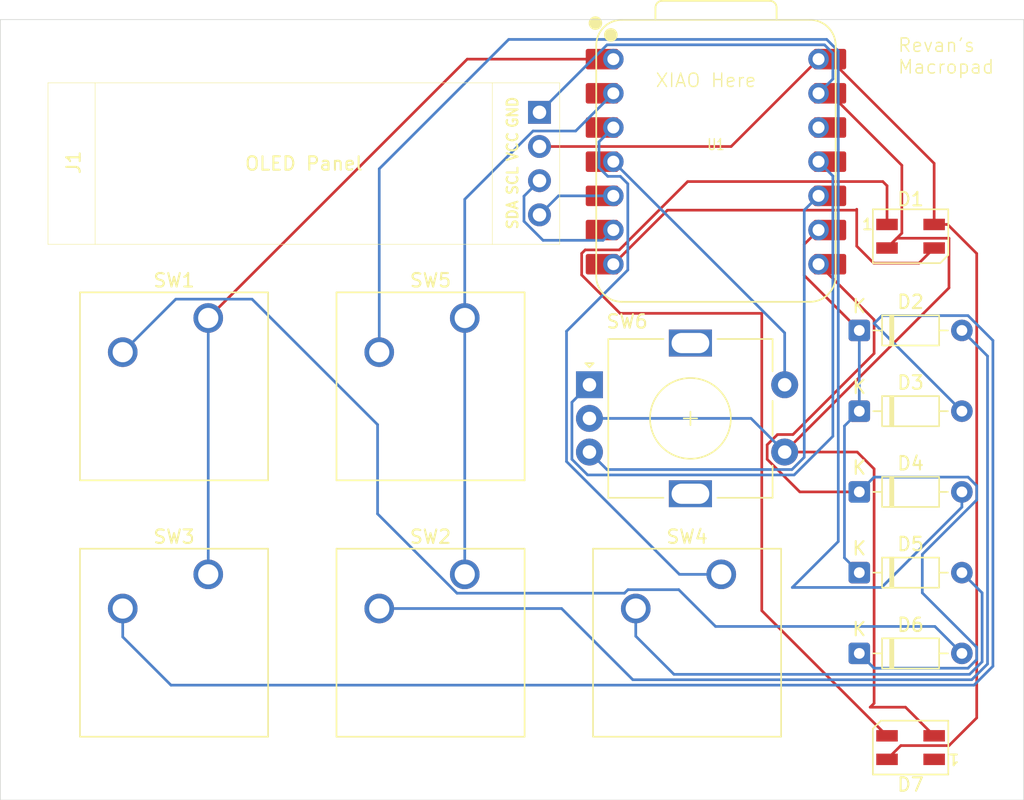
<source format=kicad_pcb>
(kicad_pcb (version 20241229) (generator "pcbnew") (generator_version "9.0")
  (layers (0 "F.Cu" signal) (2 "B.Cu" signal) (13 "F.Paste" user) (15 "B.Paste" user) (5 "F.SilkS" user "F.Silkscreen") (7 "B.SilkS" user "B.Silkscreen") (1 "F.Mask" user) (3 "B.Mask" user) (25 "Edge.Cuts" user))
  (net 0 "")
  (net 1 "VCC")
  (net 2 "GND")
  (net 3 "LED")
  (net 4 "Net-(D1-DOUT)")
  (net 5 "Net-(D2-A)")
  (net 6 "R1")
  (net 7 "Net-(D3-A)")
  (net 8 "Net-(D4-A)")
  (net 9 "ROW2")
  (net 10 "Net-(D5-A)")
  (net 11 "Net-(D6-A)")
  (net 13 "SDA")
  (net 14 "SCL")
  (net 15 "R_B")
  (net 16 "R_SW")
  (net 17 "R_A")
  (net 18 "C2")
  (net 19 "C1")
  (net 20 "C3")
  (footprint "Button_Switch_Keyboard:SW_Cherry_MX_1.00u_PCB" (layer "F.Cu") (at 116.84 121.12625)
    (property "Reference" "SW3" (at -2.54 -2.794 0) (layer "F.SilkS"))
    (property "Value" "SW_Push")
    (fp_line (start -9.525 -1.905) (end 4.445 -1.905) (stroke (width 0.12)) (layer "F.SilkS"))
    (fp_line (start -9.525 12.065) (end -9.525 -1.905) (stroke (width 0.12)) (layer "F.SilkS"))
    (fp_line (start 4.445 -1.905) (end 4.445 12.065) (stroke (width 0.12)) (layer "F.SilkS"))
    (fp_line (start 4.445 12.065) (end -9.525 12.065) (stroke (width 0.12)) (layer "F.SilkS"))
    (pad "" np_thru_hole circle (at -7.62 5.08) (size 1.7 1.7) (drill 1.7) (layers "*.Cu" "*.Mask"))
    (pad "" np_thru_hole circle (at -2.54 5.08) (size 4 4) (drill 4) (layers "*.Cu" "*.Mask"))
    (pad "" np_thru_hole circle (at 2.54 5.08) (size 1.7 1.7) (drill 1.7) (layers "*.Cu" "*.Mask"))
    (pad "1" thru_hole circle (at 0 0) (size 2.2 2.2) (drill 1.5) (layers "*.Cu" "*.Mask") (net 19 "C1"))
    (pad "2" thru_hole circle (at -6.35 2.54) (size 2.2 2.2) (drill 1.5) (layers "*.Cu" "*.Mask") (net 7 "Net-(D3-A)"))
  )
  (footprint "Diode_THT:D_DO-35_SOD27_P7.62mm_Horizontal" (layer "F.Cu") (at 165.19 103)
    (property "Reference" "D2" (at 3.81 -2.12 0) (layer "F.SilkS"))
    (property "Value" "D")
    (fp_line (start 1.04 0) (end 1.69 0) (stroke (width 0.12)) (layer "F.SilkS"))
    (fp_line (start 2.29 -1.12) (end 2.29 1.12) (stroke (width 0.12)) (layer "F.SilkS"))
    (fp_line (start 2.41 -1.12) (end 2.41 1.12) (stroke (width 0.12)) (layer "F.SilkS"))
    (fp_line (start 2.53 -1.12) (end 2.53 1.12) (stroke (width 0.12)) (layer "F.SilkS"))
    (fp_line (start 6.58 0) (end 5.93 0) (stroke (width 0.12)) (layer "F.SilkS"))
    (fp_rect (start 1.69 -1.12) (end 5.93 1.12) (stroke (width 0.12)) (fill no) (layer "F.SilkS"))
    (fp_text user "K" (at 0 -1.8 0) (layer "F.SilkS"))
    (pad "1" thru_hole roundrect (at 0 0) (size 1.6 1.6) (drill 0.8) (layers "*.Cu" "*.Mask") (roundrect_rratio 0.15625) (net 6 "R1"))
    (pad "2" thru_hole circle (at 7.62 0) (size 1.6 1.6) (drill 0.8) (layers "*.Cu" "*.Mask") (net 5 "Net-(D2-A)"))
  )
  (footprint "OLED Display:SSD1306-0.91-OLED-4pin-128x32" (layer "F.Cu") (at 104.94 84.6025)
    (property "Reference" "J1" (at 1.9 5.91 90) (layer "F.SilkS"))
    (property "Value" "OLED DISPLAY")
    (fp_line (start 0 0) (end 0 12) (stroke (width 0.04)) (layer "F.SilkS"))
    (fp_line (start 0 12) (end 38 12) (stroke (width 0.04)) (layer "F.SilkS"))
    (fp_line (start 3.5 0) (end 3.5 12) (stroke (width 0.04)) (layer "F.SilkS"))
    (fp_line (start 33 0) (end 33 12) (stroke (width 0.04)) (layer "F.SilkS"))
    (fp_line (start 38 0) (end 0 0) (stroke (width 0.04)) (layer "F.SilkS"))
    (fp_line (start 38 12) (end 38 0) (stroke (width 0.04)) (layer "F.SilkS"))
    (fp_text user "OLED Panel" (at 19 6 0) (layer "F.SilkS"))
    (fp_text user "SCL" (at 34.5 7.27 270) (layer "F.SilkS") (effects (font (size 0.8 0.75))))
    (fp_text user "GND" (at 34.5 2.19 270) (layer "F.SilkS") (effects (font (size 0.8 0.75))))
    (fp_text user "VCC" (at 34.5 4.73 270) (layer "F.SilkS") (effects (font (size 0.8 0.75))))
    (fp_text user "SDA" (at 34.5 9.81 270) (layer "F.SilkS") (effects (font (size 0.8 0.75))))
    (pad "1" thru_hole rect (at 36.5 2.19) (size 1.7 1.7) (drill 1) (layers "*.Cu" "*.Mask") (net 2 "GND"))
    (pad "2" thru_hole oval (at 36.5 4.73) (size 1.7 1.7) (drill 1) (layers "*.Cu" "*.Mask") (net 1 "VCC"))
    (pad "3" thru_hole oval (at 36.5 7.27) (size 1.7 1.7) (drill 1) (layers "*.Cu" "*.Mask") (net 14 "SCL"))
    (pad "4" thru_hole oval (at 36.5 9.81) (size 1.7 1.7) (drill 1) (layers "*.Cu" "*.Mask") (net 13 "SDA"))
  )
  (footprint "Button_Switch_Keyboard:SW_Cherry_MX_1.00u_PCB" (layer "F.Cu") (at 116.84 102.07625)
    (property "Reference" "SW1" (at -2.54 -2.794 0) (layer "F.SilkS"))
    (property "Value" "SW_Push")
    (fp_line (start -9.525 -1.905) (end 4.445 -1.905) (stroke (width 0.12)) (layer "F.SilkS"))
    (fp_line (start -9.525 12.065) (end -9.525 -1.905) (stroke (width 0.12)) (layer "F.SilkS"))
    (fp_line (start 4.445 -1.905) (end 4.445 12.065) (stroke (width 0.12)) (layer "F.SilkS"))
    (fp_line (start 4.445 12.065) (end -9.525 12.065) (stroke (width 0.12)) (layer "F.SilkS"))
    (pad "" np_thru_hole circle (at -7.62 5.08) (size 1.7 1.7) (drill 1.7) (layers "*.Cu" "*.Mask"))
    (pad "" np_thru_hole circle (at -2.54 5.08) (size 4 4) (drill 4) (layers "*.Cu" "*.Mask"))
    (pad "" np_thru_hole circle (at 2.54 5.08) (size 1.7 1.7) (drill 1.7) (layers "*.Cu" "*.Mask"))
    (pad "1" thru_hole circle (at 0 0) (size 2.2 2.2) (drill 1.5) (layers "*.Cu" "*.Mask") (net 19 "C1"))
    (pad "2" thru_hole circle (at -6.35 2.54) (size 2.2 2.2) (drill 1.5) (layers "*.Cu" "*.Mask") (net 11 "Net-(D6-A)"))
  )
  (footprint "LED_SMD:LED_SK6812MINI_PLCC4_3.5x3.5mm_P1.75mm" (layer "F.Cu") (at 169 96)
    (property "Reference" "D1" (at 0 -2.75 0) (layer "F.SilkS"))
    (property "Value" "SK6812MINI")
    (fp_line (start -2.8 -2) (end -2.8 2) (stroke (width 0.12)) (layer "F.SilkS"))
    (fp_line (start -2.8 -2) (end 2.8 -2) (stroke (width 0.12)) (layer "F.SilkS"))
    (fp_line (start -2.8 2) (end 2.2 2) (stroke (width 0.12)) (layer "F.SilkS"))
    (fp_line (start 2.8 1.4) (end 2.2 2) (stroke (width 0.12)) (layer "F.SilkS"))
    (fp_line (start 2.8 1.4) (end 2.8 -2) (stroke (width 0.12)) (layer "F.SilkS"))
    (fp_text user "1" (at -3.2 -0.875 0) (layer "F.SilkS") (effects (font (size 0.8 0.8))))
    (pad "1" smd rect (at -1.75 -0.875) (size 1.6 0.85) (layers "F.Cu" "F.Mask" "F.Paste") (net 4 "Net-(D1-DOUT)"))
    (pad "2" smd rect (at -1.75 0.875) (size 1.6 0.85) (layers "F.Cu" "F.Mask" "F.Paste") (net 2 "GND"))
    (pad "3" smd rect (at 1.75 0.875) (size 1.6 0.85) (layers "F.Cu" "F.Mask" "F.Paste") (net 3 "LED"))
    (pad "4" smd rect (at 1.75 -0.875) (size 1.6 0.85) (layers "F.Cu" "F.Mask" "F.Paste") (net 1 "VCC"))
  )
  (footprint "Diode_THT:D_DO-35_SOD27_P7.62mm_Horizontal" (layer "F.Cu") (at 165.19 127)
    (property "Reference" "D6" (at 3.81 -2.12 0) (layer "F.SilkS"))
    (property "Value" "D")
    (fp_line (start 1.04 0) (end 1.69 0) (stroke (width 0.12)) (layer "F.SilkS"))
    (fp_line (start 2.29 -1.12) (end 2.29 1.12) (stroke (width 0.12)) (layer "F.SilkS"))
    (fp_line (start 2.41 -1.12) (end 2.41 1.12) (stroke (width 0.12)) (layer "F.SilkS"))
    (fp_line (start 2.53 -1.12) (end 2.53 1.12) (stroke (width 0.12)) (layer "F.SilkS"))
    (fp_line (start 6.58 0) (end 5.93 0) (stroke (width 0.12)) (layer "F.SilkS"))
    (fp_rect (start 1.69 -1.12) (end 5.93 1.12) (stroke (width 0.12)) (fill no) (layer "F.SilkS"))
    (fp_text user "K" (at 0 -1.8 0) (layer "F.SilkS"))
    (pad "1" thru_hole roundrect (at 0 0) (size 1.6 1.6) (drill 0.8) (layers "*.Cu" "*.Mask") (roundrect_rratio 0.15625) (net 9 "ROW2"))
    (pad "2" thru_hole circle (at 7.62 0) (size 1.6 1.6) (drill 0.8) (layers "*.Cu" "*.Mask") (net 11 "Net-(D6-A)"))
  )
  (footprint "Button_Switch_Keyboard:SW_Cherry_MX_1.00u_PCB" (layer "F.Cu") (at 154.94 121.12625)
    (property "Reference" "SW4" (at -2.54 -2.794 0) (layer "F.SilkS"))
    (property "Value" "SW_Push")
    (fp_line (start -9.525 -1.905) (end 4.445 -1.905) (stroke (width 0.12)) (layer "F.SilkS"))
    (fp_line (start -9.525 12.065) (end -9.525 -1.905) (stroke (width 0.12)) (layer "F.SilkS"))
    (fp_line (start 4.445 -1.905) (end 4.445 12.065) (stroke (width 0.12)) (layer "F.SilkS"))
    (fp_line (start 4.445 12.065) (end -9.525 12.065) (stroke (width 0.12)) (layer "F.SilkS"))
    (pad "" np_thru_hole circle (at -7.62 5.08) (size 1.7 1.7) (drill 1.7) (layers "*.Cu" "*.Mask"))
    (pad "" np_thru_hole circle (at -2.54 5.08) (size 4 4) (drill 4) (layers "*.Cu" "*.Mask"))
    (pad "" np_thru_hole circle (at 2.54 5.08) (size 1.7 1.7) (drill 1.7) (layers "*.Cu" "*.Mask"))
    (pad "1" thru_hole circle (at 0 0) (size 2.2 2.2) (drill 1.5) (layers "*.Cu" "*.Mask") (net 20 "C3"))
    (pad "2" thru_hole circle (at -6.35 2.54) (size 2.2 2.2) (drill 1.5) (layers "*.Cu" "*.Mask") (net 10 "Net-(D5-A)"))
  )
  (footprint "LED_SMD:LED_SK6812MINI_PLCC4_3.5x3.5mm_P1.75mm" (layer "F.Cu") (at 169 134 180)
    (property "Reference" "D7" (at 0 -2.75 0) (layer "F.SilkS"))
    (property "Value" "SK6812MINI")
    (fp_line (start 2.8 1.4) (end 2.8 -2) (stroke (width 0.12)) (layer "F.SilkS"))
    (fp_line (start 2.8 1.4) (end 2.2 2) (stroke (width 0.12)) (layer "F.SilkS"))
    (fp_line (start -2.8 2) (end 2.2 2) (stroke (width 0.12)) (layer "F.SilkS"))
    (fp_line (start -2.8 -2) (end 2.8 -2) (stroke (width 0.12)) (layer "F.SilkS"))
    (fp_line (start -2.8 -2) (end -2.8 2) (stroke (width 0.12)) (layer "F.SilkS"))
    (fp_text user "1" (at -3.2 -0.875 180) (layer "F.SilkS") (effects (font (size 0.8 0.8))))
    (pad "1" smd rect (at -1.75 -0.875 180) (size 1.6 0.85) (layers "F.Cu" "F.Mask" "F.Paste"))
    (pad "2" smd rect (at -1.75 0.875 180) (size 1.6 0.85) (layers "F.Cu" "F.Mask" "F.Paste") (net 2 "GND"))
    (pad "3" smd rect (at 1.75 0.875 180) (size 1.6 0.85) (layers "F.Cu" "F.Mask" "F.Paste") (net 4 "Net-(D1-DOUT)"))
    (pad "4" smd rect (at 1.75 -0.875 180) (size 1.6 0.85) (layers "F.Cu" "F.Mask" "F.Paste") (net 1 "VCC"))
  )
  (footprint "Diode_THT:D_DO-35_SOD27_P7.62mm_Horizontal" (layer "F.Cu") (at 165.19 109)
    (property "Reference" "D3" (at 3.81 -2.12 0) (layer "F.SilkS"))
    (property "Value" "D")
    (fp_line (start 1.04 0) (end 1.69 0) (stroke (width 0.12)) (layer "F.SilkS"))
    (fp_line (start 2.29 -1.12) (end 2.29 1.12) (stroke (width 0.12)) (layer "F.SilkS"))
    (fp_line (start 2.41 -1.12) (end 2.41 1.12) (stroke (width 0.12)) (layer "F.SilkS"))
    (fp_line (start 2.53 -1.12) (end 2.53 1.12) (stroke (width 0.12)) (layer "F.SilkS"))
    (fp_line (start 6.58 0) (end 5.93 0) (stroke (width 0.12)) (layer "F.SilkS"))
    (fp_rect (start 1.69 -1.12) (end 5.93 1.12) (stroke (width 0.12)) (fill no) (layer "F.SilkS"))
    (fp_text user "K" (at 0 -1.8 0) (layer "F.SilkS"))
    (pad "1" thru_hole roundrect (at 0 0) (size 1.6 1.6) (drill 0.8) (layers "*.Cu" "*.Mask") (roundrect_rratio 0.15625) (net 6 "R1"))
    (pad "2" thru_hole circle (at 7.62 0) (size 1.6 1.6) (drill 0.8) (layers "*.Cu" "*.Mask") (net 7 "Net-(D3-A)"))
  )
  (footprint "Button_Switch_Keyboard:SW_Cherry_MX_1.00u_PCB" (layer "F.Cu") (at 135.89 121.12625)
    (property "Reference" "SW2" (at -2.54 -2.794 0) (layer "F.SilkS"))
    (property "Value" "SW_Push")
    (fp_line (start -9.525 -1.905) (end 4.445 -1.905) (stroke (width 0.12)) (layer "F.SilkS"))
    (fp_line (start -9.525 12.065) (end -9.525 -1.905) (stroke (width 0.12)) (layer "F.SilkS"))
    (fp_line (start 4.445 -1.905) (end 4.445 12.065) (stroke (width 0.12)) (layer "F.SilkS"))
    (fp_line (start 4.445 12.065) (end -9.525 12.065) (stroke (width 0.12)) (layer "F.SilkS"))
    (pad "" np_thru_hole circle (at -7.62 5.08) (size 1.7 1.7) (drill 1.7) (layers "*.Cu" "*.Mask"))
    (pad "" np_thru_hole circle (at -2.54 5.08) (size 4 4) (drill 4) (layers "*.Cu" "*.Mask"))
    (pad "" np_thru_hole circle (at 2.54 5.08) (size 1.7 1.7) (drill 1.7) (layers "*.Cu" "*.Mask"))
    (pad "1" thru_hole circle (at 0 0) (size 2.2 2.2) (drill 1.5) (layers "*.Cu" "*.Mask") (net 18 "C2"))
    (pad "2" thru_hole circle (at -6.35 2.54) (size 2.2 2.2) (drill 1.5) (layers "*.Cu" "*.Mask") (net 5 "Net-(D2-A)"))
  )
  (footprint "OPL:XIAO-RP2040-DIP" (layer "F.Cu") (at 154.545 90.46)
    (property "Reference" "U1" (at 0 -1.2685 0) (layer "F.SilkS") (effects (font (size 0.8 0.635) (thickness 0.1016))))
    (property "Value" "XIAO-RP2040-DIP")
    (fp_line (start -8.89 8.509) (end -8.89 -8.636) (stroke (width 0.127)) (layer "F.SilkS"))
    (fp_line (start -6.985 10.414) (end 6.985 10.414) (stroke (width 0.127)) (layer "F.SilkS"))
    (fp_line (start -4.495 -10.541) (end -4.491272 -11.451272) (stroke (width 0.127)) (layer "F.SilkS"))
    (fp_line (start -3.991272 -11.951) (end 4.004 -11.951) (stroke (width 0.127)) (layer "F.SilkS"))
    (fp_line (start 4.504 -11.451) (end 4.504 -10.541) (stroke (width 0.127)) (layer "F.SilkS"))
    (fp_line (start 6.985 -10.541) (end -6.985 -10.541) (stroke (width 0.1)) (layer "F.SilkS"))
    (fp_line (start 6.985 -10.541) (end -6.985 -10.541) (stroke (width 0.127)) (layer "F.SilkS"))
    (fp_line (start 8.89 8.509) (end 8.89 -8.636) (stroke (width 0.127)) (layer "F.SilkS"))
    (fp_arc (start -8.89 -8.636) (mid -8.332038 -9.983038) (end -6.985 -10.541) (stroke (width 0.127)) (layer "F.SilkS"))
    (fp_arc (start -6.985 10.414) (mid -8.332038 9.856038) (end -8.89 8.509) (stroke (width 0.127)) (layer "F.SilkS"))
    (fp_arc (start -4.491272 -11.451272) (mid -4.344728 -11.80464) (end -3.991272 -11.951) (stroke (width 0.127)) (layer "F.SilkS"))
    (fp_arc (start 4.004 -11.951) (mid 4.357553 -11.804553) (end 4.504 -11.451) (stroke (width 0.127)) (layer "F.SilkS"))
    (fp_arc (start 6.985 -10.541) (mid 8.332038 -9.983038) (end 8.89 -8.636) (stroke (width 0.127)) (layer "F.SilkS"))
    (fp_arc (start 8.89 8.509) (mid 8.332038 9.856038) (end 6.985 10.414) (stroke (width 0.127)) (layer "F.SilkS"))
    (fp_circle (center -8.95 -10.3) (end -8.95 -10.554) (stroke (width 0.5)) (fill yes) (layer "F.SilkS"))
    (fp_circle (center -7.807 -9.42) (end -7.807 -9.674) (stroke (width 0.5)) (fill yes) (layer "F.SilkS"))
    (pad "1" smd roundrect (at -8.455 -7.62 180) (size 2.432 1.524) (layers "F.Cu" "F.Mask") (roundrect_rratio 0.1) (net 19 "C1"))
    (pad "1" thru_hole circle (at -7.62 -7.62 180) (size 1.524 1.524) (drill 0.889) (layers "*.Cu" "*.Mask") (net 19 "C1"))
    (pad "2" smd roundrect (at -8.455 -5.08 180) (size 2.432 1.524) (layers "F.Cu" "F.Mask") (roundrect_rratio 0.1) (net 18 "C2"))
    (pad "2" thru_hole circle (at -7.62 -5.08 180) (size 1.524 1.524) (drill 0.889) (layers "*.Cu" "*.Mask") (net 18 "C2"))
    (pad "3" smd roundrect (at -8.455 -2.54 180) (size 2.432 1.524) (layers "F.Cu" "F.Mask") (roundrect_rratio 0.1) (net 20 "C3"))
    (pad "3" thru_hole circle (at -7.62 -2.54 180) (size 1.524 1.524) (drill 0.889) (layers "*.Cu" "*.Mask") (net 20 "C3"))
    (pad "4" smd roundrect (at -8.455 0 180) (size 2.432 1.524) (layers "F.Cu" "F.Mask") (roundrect_rratio 0.1) (net 16 "R_SW"))
    (pad "4" thru_hole circle (at -7.62 0 180) (size 1.524 1.524) (drill 0.889) (layers "*.Cu" "*.Mask") (net 16 "R_SW"))
    (pad "5" smd roundrect (at -8.455 2.54 180) (size 2.432 1.524) (layers "F.Cu" "F.Mask") (roundrect_rratio 0.1) (net 13 "SDA"))
    (pad "5" thru_hole circle (at -7.62 2.54 180) (size 1.524 1.524) (drill 0.889) (layers "*.Cu" "*.Mask") (net 13 "SDA"))
    (pad "6" smd roundrect (at -8.455 5.08 180) (size 2.432 1.524) (layers "F.Cu" "F.Mask") (roundrect_rratio 0.1) (net 14 "SCL"))
    (pad "6" thru_hole circle (at -7.62 5.08 180) (size 1.524 1.524) (drill 0.889) (layers "*.Cu" "*.Mask") (net 14 "SCL"))
    (pad "7" smd roundrect (at -8.455 7.62 180) (size 2.432 1.524) (layers "F.Cu" "F.Mask") (roundrect_rratio 0.1) (net 3 "LED"))
    (pad "7" thru_hole circle (at -7.62 7.62 180) (size 1.524 1.524) (drill 0.889) (layers "*.Cu" "*.Mask") (net 3 "LED"))
    (pad "8" thru_hole circle (at 7.62 7.62) (size 1.524 1.524) (drill 0.889) (layers "*.Cu" "*.Mask") (net 9 "ROW2"))
    (pad "8" smd roundrect (at 8.455 7.62) (size 2.432 1.524) (layers "F.Cu" "F.Mask") (roundrect_rratio 0.1) (net 9 "ROW2"))
    (pad "9" thru_hole circle (at 7.62 5.08) (size 1.524 1.524) (drill 0.889) (layers "*.Cu" "*.Mask") (net 6 "R1"))
    (pad "9" smd roundrect (at 8.455 5.08) (size 2.432 1.524) (layers "F.Cu" "F.Mask") (roundrect_rratio 0.1) (net 6 "R1"))
    (pad "10" thru_hole circle (at 7.62 2.54) (size 1.524 1.524) (drill 0.889) (layers "*.Cu" "*.Mask") (net 15 "R_B"))
    (pad "10" smd roundrect (at 8.455 2.54) (size 2.432 1.524) (layers "F.Cu" "F.Mask") (roundrect_rratio 0.1) (net 15 "R_B"))
    (pad "11" thru_hole circle (at 7.62 0) (size 1.524 1.524) (drill 0.889) (layers "*.Cu" "*.Mask") (net 17 "R_A"))
    (pad "11" smd roundrect (at 8.455 0) (size 2.432 1.524) (layers "F.Cu" "F.Mask") (roundrect_rratio 0.1) (net 17 "R_A"))
    (pad "12" thru_hole circle (at 7.62 -2.54) (size 1.524 1.524) (drill 0.889) (layers "*.Cu" "*.Mask"))
    (pad "12" smd roundrect (at 8.455 -2.54) (size 2.432 1.524) (layers "F.Cu" "F.Mask") (roundrect_rratio 0.1))
    (pad "13" thru_hole circle (at 7.62 -5.08) (size 1.524 1.524) (drill 0.889) (layers "*.Cu" "*.Mask") (net 2 "GND"))
    (pad "13" smd roundrect (at 8.455 -5.08) (size 2.432 1.524) (layers "F.Cu" "F.Mask") (roundrect_rratio 0.1) (net 2 "GND"))
    (pad "14" thru_hole circle (at 7.62 -7.62) (size 1.524 1.524) (drill 0.889) (layers "*.Cu" "*.Mask") (net 1 "VCC"))
    (pad "14" smd roundrect (at 8.455 -7.62) (size 2.432 1.524) (layers "F.Cu" "F.Mask") (roundrect_rratio 0.1) (net 1 "VCC"))
  )
  (footprint "Diode_THT:D_DO-35_SOD27_P7.62mm_Horizontal" (layer "F.Cu") (at 165.19 121)
    (property "Reference" "D5" (at 3.81 -2.12 0) (layer "F.SilkS"))
    (property "Value" "D")
    (fp_line (start 1.04 0) (end 1.69 0) (stroke (width 0.12)) (layer "F.SilkS"))
    (fp_line (start 2.29 -1.12) (end 2.29 1.12) (stroke (width 0.12)) (layer "F.SilkS"))
    (fp_line (start 2.41 -1.12) (end 2.41 1.12) (stroke (width 0.12)) (layer "F.SilkS"))
    (fp_line (start 2.53 -1.12) (end 2.53 1.12) (stroke (width 0.12)) (layer "F.SilkS"))
    (fp_line (start 6.58 0) (end 5.93 0) (stroke (width 0.12)) (layer "F.SilkS"))
    (fp_rect (start 1.69 -1.12) (end 5.93 1.12) (stroke (width 0.12)) (fill no) (layer "F.SilkS"))
    (fp_text user "K" (at 0 -1.8 0) (layer "F.SilkS"))
    (pad "1" thru_hole roundrect (at 0 0) (size 1.6 1.6) (drill 0.8) (layers "*.Cu" "*.Mask") (roundrect_rratio 0.15625) (net 6 "R1"))
    (pad "2" thru_hole circle (at 7.62 0) (size 1.6 1.6) (drill 0.8) (layers "*.Cu" "*.Mask") (net 10 "Net-(D5-A)"))
  )
  (footprint "Rotary:RotaryEncoder_Alps_EC11E-Switch_Vertical_H20mm" (layer "F.Cu") (at 145.15 107.0375)
    (property "Reference" "SW6" (at 2.8 -4.7 0) (layer "F.SilkS"))
    (property "Value" "RotaryEncoder_Switch")
    (fp_line (start -0.3 -1.6) (end 0.3 -1.6) (stroke (width 0.12)) (layer "F.SilkS"))
    (fp_line (start 0 -1.3) (end -0.3 -1.6) (stroke (width 0.12)) (layer "F.SilkS"))
    (fp_line (start 0.3 -1.6) (end 0 -1.3) (stroke (width 0.12)) (layer "F.SilkS"))
    (fp_line (start 1.4 -3.4) (end 1.4 8.4) (stroke (width 0.12)) (layer "F.SilkS"))
    (fp_line (start 5.5 -3.4) (end 1.4 -3.4) (stroke (width 0.12)) (layer "F.SilkS"))
    (fp_line (start 5.5 8.4) (end 1.4 8.4) (stroke (width 0.12)) (layer "F.SilkS"))
    (fp_line (start 7 2.5) (end 8 2.5) (stroke (width 0.12)) (layer "F.SilkS"))
    (fp_line (start 7.5 2) (end 7.5 3) (stroke (width 0.12)) (layer "F.SilkS"))
    (fp_line (start 9.5 -3.4) (end 13.6 -3.4) (stroke (width 0.12)) (layer "F.SilkS"))
    (fp_line (start 13.6 -3.4) (end 13.6 -1) (stroke (width 0.12)) (layer "F.SilkS"))
    (fp_line (start 13.6 1.2) (end 13.6 3.8) (stroke (width 0.12)) (layer "F.SilkS"))
    (fp_line (start 13.6 6) (end 13.6 8.4) (stroke (width 0.12)) (layer "F.SilkS"))
    (fp_line (start 13.6 8.4) (end 9.5 8.4) (stroke (width 0.12)) (layer "F.SilkS"))
    (fp_circle (center 7.5 2.5) (end 10.5 2.5) (stroke (width 0.12)) (fill no) (layer "F.SilkS"))
    (pad "A" thru_hole rect (at 0 0) (size 2 2) (drill 1) (layers "*.Cu" "*.Mask") (net 17 "R_A"))
    (pad "B" thru_hole circle (at 0 5) (size 2 2) (drill 1) (layers "*.Cu" "*.Mask") (net 15 "R_B"))
    (pad "C" thru_hole circle (at 0 2.5) (size 2 2) (drill 1) (layers "*.Cu" "*.Mask") (net 2 "GND"))
    (pad "MP" thru_hole rect (at 7.5 -3.1) (size 3.2 2) (drill oval 2.8 1.5) (layers "*.Cu" "*.Mask"))
    (pad "MP" thru_hole rect (at 7.5 8.1) (size 3.2 2) (drill oval 2.8 1.5) (layers "*.Cu" "*.Mask"))
    (pad "S1" thru_hole circle (at 14.5 5) (size 2 2) (drill 1) (layers "*.Cu" "*.Mask") (net 2 "GND"))
    (pad "S2" thru_hole circle (at 14.5 0) (size 2 2) (drill 1) (layers "*.Cu" "*.Mask") (net 16 "R_SW"))
  )
  (footprint "Button_Switch_Keyboard:SW_Cherry_MX_1.00u_PCB" (layer "F.Cu") (at 135.89 102.07625)
    (property "Reference" "SW5" (at -2.54 -2.794 0) (layer "F.SilkS"))
    (property "Value" "SW_Push")
    (fp_line (start -9.525 -1.905) (end 4.445 -1.905) (stroke (width 0.12)) (layer "F.SilkS"))
    (fp_line (start -9.525 12.065) (end -9.525 -1.905) (stroke (width 0.12)) (layer "F.SilkS"))
    (fp_line (start 4.445 -1.905) (end 4.445 12.065) (stroke (width 0.12)) (layer "F.SilkS"))
    (fp_line (start 4.445 12.065) (end -9.525 12.065) (stroke (width 0.12)) (layer "F.SilkS"))
    (pad "" np_thru_hole circle (at -7.62 5.08) (size 1.7 1.7) (drill 1.7) (layers "*.Cu" "*.Mask"))
    (pad "" np_thru_hole circle (at -2.54 5.08) (size 4 4) (drill 4) (layers "*.Cu" "*.Mask"))
    (pad "" np_thru_hole circle (at 2.54 5.08) (size 1.7 1.7) (drill 1.7) (layers "*.Cu" "*.Mask"))
    (pad "1" thru_hole circle (at 0 0) (size 2.2 2.2) (drill 1.5) (layers "*.Cu" "*.Mask") (net 18 "C2"))
    (pad "2" thru_hole circle (at -6.35 2.54) (size 2.2 2.2) (drill 1.5) (layers "*.Cu" "*.Mask") (net 8 "Net-(D4-A)"))
  )
  (footprint "Diode_THT:D_DO-35_SOD27_P7.62mm_Horizontal" (layer "F.Cu") (at 165.19 115)
    (property "Reference" "D4" (at 3.81 -2.12 0) (layer "F.SilkS"))
    (property "Value" "D")
    (fp_line (start 1.04 0) (end 1.69 0) (stroke (width 0.12)) (layer "F.SilkS"))
    (fp_line (start 2.29 -1.12) (end 2.29 1.12) (stroke (width 0.12)) (layer "F.SilkS"))
    (fp_line (start 2.41 -1.12) (end 2.41 1.12) (stroke (width 0.12)) (layer "F.SilkS"))
    (fp_line (start 2.53 -1.12) (end 2.53 1.12) (stroke (width 0.12)) (layer "F.SilkS"))
    (fp_line (start 6.58 0) (end 5.93 0) (stroke (width 0.12)) (layer "F.SilkS"))
    (fp_rect (start 1.69 -1.12) (end 5.93 1.12) (stroke (width 0.12)) (fill no) (layer "F.SilkS"))
    (fp_text user "K" (at 0 -1.8 0) (layer "F.SilkS"))
    (pad "1" thru_hole roundrect (at 0 0) (size 1.6 1.6) (drill 0.8) (layers "*.Cu" "*.Mask") (roundrect_rratio 0.15625) (net 9 "ROW2"))
    (pad "2" thru_hole circle (at 7.62 0) (size 1.6 1.6) (drill 0.8) (layers "*.Cu" "*.Mask") (net 8 "Net-(D4-A)"))
  )
  (gr_rect (start 101.4 79.9) (end 177.4 137.9) (stroke (width 0.05)) (fill no) (layer "Edge.Cuts"))
  (gr_text "Revan's\nMacropad" (at 168 84 0) (layer "F.SilkS") (effects (font (size 1 1) (thickness 0.1)) (justify left bottom)))
  (gr_text "XIAO Here" (at 150 85 0) (layer "F.SilkS") (effects (font (size 1 1) (thickness 0.1)) (justify left bottom)))
  (segment (start 171.75 95.125) (end 170.75 95.125) (width 0.2) (layer "F.Cu") (net 1))
  (segment (start 173.911 131.791) (end 173.911 97.286) (width 0.2) (layer "F.Cu") (net 1))
  (segment (start 170.75 90.59) (end 163 82.84) (width 0.2) (layer "F.Cu") (net 1))
  (segment (start 171.851 133.851) (end 173.911 131.791) (width 0.2) (layer "F.Cu") (net 1))
  (segment (start 167.25 134.875) (end 168.274 133.851) (width 0.2) (layer "F.Cu") (net 1))
  (segment (start 163 82.84) (end 162.165 82.84) (width 0.2) (layer "F.Cu") (net 1))
  (segment (start 162.165 82.84) (end 155.6725 89.3325) (width 0.2) (layer "F.Cu") (net 1))
  (segment (start 173.911 97.286) (end 171.75 95.125) (width 0.2) (layer "F.Cu") (net 1))
  (segment (start 170.75 95.125) (end 170.75 90.59) (width 0.2) (layer "F.Cu") (net 1))
  (segment (start 155.6725 89.3325) (end 141.44 89.3325) (width 0.2) (layer "F.Cu") (net 1))
  (segment (start 168.274 133.851) (end 171.851 133.851) (width 0.2) (layer "F.Cu") (net 1))
  (segment (start 165.0375 112.0375) (end 166.291 113.291) (width 0.2) (layer "F.Cu") (net 2))
  (segment (start 163.24263 85.38) (end 162.165 85.38) (width 0.2) (layer "F.Cu") (net 2))
  (segment (start 171.851 96.149) (end 171.851 99.8365) (width 0.2) (layer "F.Cu") (net 2))
  (segment (start 159.65 112.0375) (end 165.0375 112.0375) (width 0.2) (layer "F.Cu") (net 2))
  (segment (start 166 131) (end 168.625 131) (width 0.2) (layer "F.Cu") (net 2))
  (segment (start 168.351 90.731) (end 168.351 95.774) (width 0.2) (layer "F.Cu") (net 2))
  (segment (start 167.976 96.149) (end 171.851 96.149) (width 0.2) (layer "F.Cu") (net 2))
  (segment (start 163 85.38) (end 168.351 90.731) (width 0.2) (layer "F.Cu") (net 2))
  (segment (start 168.351 95.774) (end 167.25 96.875) (width 0.2) (layer "F.Cu") (net 2))
  (segment (start 168.625 131) (end 170.75 133.125) (width 0.2) (layer "F.Cu") (net 2))
  (segment (start 166.291 113.291) (end 166.291 130.709) (width 0.2) (layer "F.Cu") (net 2))
  (segment (start 167.25 96.875) (end 167.976 96.149) (width 0.2) (layer "F.Cu") (net 2))
  (segment (start 171.851 99.8365) (end 159.65 112.0375) (width 0.2) (layer "F.Cu") (net 2))
  (segment (start 166.291 130.709) (end 166 131) (width 0.2) (layer "F.Cu") (net 2))
  (segment (start 162.60531 81.777) (end 163.228 82.39969) (width 0.2) (layer "B.Cu") (net 2))
  (segment (start 159.65 112.0375) (end 157.15 109.5375) (width 0.2) (layer "B.Cu") (net 2))
  (segment (start 146.4555 81.777) (end 162.60531 81.777) (width 0.2) (layer "B.Cu") (net 2))
  (segment (start 141.44 86.7925) (end 146.4555 81.777) (width 0.2) (layer "B.Cu") (net 2))
  (segment (start 163.228 84.317) (end 162.165 85.38) (width 0.2) (layer "B.Cu") (net 2))
  (segment (start 163.228 82.39969) (end 163.228 84.317) (width 0.2) (layer "B.Cu") (net 2))
  (segment (start 157.15 109.5375) (end 145.15 109.5375) (width 0.2) (layer "B.Cu") (net 2))
  (segment (start 150.942 94.063) (end 146.925 98.08) (width 0.2) (layer "F.Cu") (net 3))
  (segment (start 164.937 94.063) (end 150.942 94.063) (width 0.2) (layer "F.Cu") (net 3))
  (segment (start 165 96.736) (end 165 94) (width 0.2) (layer "F.Cu") (net 3))
  (segment (start 166.264 98) (end 165 96.736) (width 0.2) (layer "F.Cu") (net 3))
  (segment (start 165 94) (end 164.937 94.063) (width 0.2) (layer "F.Cu") (net 3))
  (segment (start 169.625 98) (end 166.264 98) (width 0.2) (layer "F.Cu") (net 3))
  (segment (start 170.75 96.875) (end 169.625 98) (width 0.2) (layer "F.Cu") (net 3))
  (segment (start 144.573 97.278374) (end 144.834374 97.017) (width 0.2) (layer "F.Cu") (net 4))
  (segment (start 152.44531 91.937) (end 166.937 91.937) (width 0.2) (layer "F.Cu") (net 4))
  (segment (start 144.573 98.881626) (end 144.573 97.278374) (width 0.2) (layer "F.Cu") (net 4))
  (segment (start 147.36531 97.017) (end 152.44531 91.937) (width 0.2) (layer "F.Cu") (net 4))
  (segment (start 157.948 123.823) (end 157.948 101.7299) (width 0.2) (layer "F.Cu") (net 4))
  (segment (start 167.25 133.125) (end 157.948 123.823) (width 0.2) (layer "F.Cu") (net 4))
  (segment (start 167.25 92.25) (end 167.25 95.125) (width 0.2) (layer "F.Cu") (net 4))
  (segment (start 166.937 91.937) (end 167.25 92.25) (width 0.2) (layer "F.Cu") (net 4))
  (segment (start 144.834374 97.017) (end 147.36531 97.017) (width 0.2) (layer "F.Cu") (net 4))
  (segment (start 157.948 101.7299) (end 147.421274 101.7299) (width 0.2) (layer "F.Cu") (net 4))
  (segment (start 147.421274 101.7299) (end 144.573 98.881626) (width 0.2) (layer "F.Cu") (net 4))
  (segment (start 174.713 127.78825) (end 174.713 104.903) (width 0.2) (layer "B.Cu") (net 5))
  (segment (start 143.08153 123.66625) (end 148.37353 128.95825) (width 0.2) (layer "B.Cu") (net 5))
  (segment (start 129.54 123.66625) (end 143.08153 123.66625) (width 0.2) (layer "B.Cu") (net 5))
  (segment (start 148.37353 128.95825) (end 173.543 128.95825) (width 0.2) (layer "B.Cu") (net 5))
  (segment (start 173.543 128.95825) (end 174.713 127.78825) (width 0.2) (layer "B.Cu") (net 5))
  (segment (start 174.713 104.903) (end 172.81 103) (width 0.2) (layer "B.Cu") (net 5))
  (segment (start 161.102 96.603) (end 162.165 95.54) (width 0.2) (layer "F.Cu") (net 6))
  (segment (start 162.165 95.54) (end 163 95.54) (width 0.2) (layer "F.Cu") (net 6))
  (segment (start 161.102 98.912) (end 161.102 96.603) (width 0.2) (layer "F.Cu") (net 6))
  (segment (start 165.19 103) (end 161.102 98.912) (width 0.2) (layer "F.Cu") (net 6))
  (segment (start 164.089 119.899) (end 165.19 121) (width 0.2) (layer "B.Cu") (net 6))
  (segment (start 165.19 109) (end 164.089 110.101) (width 0.2) (layer "B.Cu") (net 6))
  (segment (start 165.19 103) (end 165.19 109) (width 0.2) (layer "B.Cu") (net 6))
  (segment (start 164.089 110.101) (end 164.089 119.899) (width 0.2) (layer "B.Cu") (net 6))
  (segment (start 173.7091 129.35925) (end 114.07147 129.35925) (width 0.2) (layer "B.Cu") (net 7))
  (segment (start 175.114 127.95435) (end 173.7091 129.35925) (width 0.2) (layer "B.Cu") (net 7))
  (segment (start 166.291 102.481) (end 166.873 101.899) (width 0.2) (layer "B.Cu") (net 7))
  (segment (start 172.81 109) (end 166.291 102.481) (width 0.2) (layer "B.Cu") (net 7))
  (segment (start 166.873 101.899) (end 173.26605 101.899) (width 0.2) (layer "B.Cu") (net 7))
  (segment (start 114.07147 129.35925) (end 110.49 125.77778) (width 0.2) (layer "B.Cu") (net 7))
  (segment (start 110.49 125.77778) (end 110.49 123.66625) (width 0.2) (layer "B.Cu") (net 7))
  (segment (start 175.114 103.74695) (end 175.114 127.95435) (width 0.2) (layer "B.Cu") (net 7))
  (segment (start 173.26605 101.899) (end 175.114 103.74695) (width 0.2) (layer "B.Cu") (net 7))
  (segment (start 172.81 115) (end 172.81 116.13137) (width 0.2) (layer "B.Cu") (net 8))
  (segment (start 160.2135 122.101) (end 163.629 118.6855) (width 0.2) (layer "B.Cu") (net 8))
  (segment (start 129.54 90.99088) (end 129.54 104.61625) (width 0.2) (layer "B.Cu") (net 8))
  (segment (start 139.15488 81.376) (end 129.54 90.99088) (width 0.2) (layer "B.Cu") (net 8))
  (segment (start 172.81 116.13137) (end 166.84037 122.101) (width 0.2) (layer "B.Cu") (net 8))
  (segment (start 163.629 82.23359) (end 162.77141 81.376) (width 0.2) (layer "B.Cu") (net 8))
  (segment (start 166.84037 122.101) (end 160.2135 122.101) (width 0.2) (layer "B.Cu") (net 8))
  (segment (start 162.77141 81.376) (end 139.15488 81.376) (width 0.2) (layer "B.Cu") (net 8))
  (segment (start 163.629 118.6855) (end 163.629 82.23359) (width 0.2) (layer "B.Cu") (net 8))
  (segment (start 158.349 112.576392) (end 158.349 111.498608) (width 0.2) (layer "F.Cu") (net 9))
  (segment (start 165.19 115) (end 160.772608 115) (width 0.2) (layer "F.Cu") (net 9))
  (segment (start 160.2635 110.7365) (end 166.291 104.709) (width 0.2) (layer "F.Cu") (net 9))
  (segment (start 160.772608 115) (end 158.349 112.576392) (width 0.2) (layer "F.Cu") (net 9))
  (segment (start 166.291 102.206) (end 162.165 98.08) (width 0.2) (layer "F.Cu") (net 9))
  (segment (start 158.349 111.498608) (end 159.111108 110.7365) (width 0.2) (layer "F.Cu") (net 9))
  (segment (start 166.291 104.709) (end 166.291 102.206) (width 0.2) (layer "F.Cu") (net 9))
  (segment (start 159.111108 110.7365) (end 160.2635 110.7365) (width 0.2) (layer "F.Cu") (net 9))
  (segment (start 166.291 128.101) (end 173.26605 128.101) (width 0.2) (layer "B.Cu") (net 9))
  (segment (start 173.26605 113.899) (end 166.291 113.899) (width 0.2) (layer "B.Cu") (net 9))
  (segment (start 173.911 114.54395) (end 173.26605 113.899) (width 0.2) (layer "B.Cu") (net 9))
  (segment (start 165.19 127) (end 166.291 128.101) (width 0.2) (layer "B.Cu") (net 9))
  (segment (start 169.86905 122.502) (end 169.86905 119.63942) (width 0.2) (layer "B.Cu") (net 9))
  (segment (start 169.86905 119.63942) (end 173.911 115.59747) (width 0.2) (layer "B.Cu") (net 9))
  (segment (start 173.911 115.59747) (end 173.911 114.54395) (width 0.2) (layer "B.Cu") (net 9))
  (segment (start 173.26605 128.101) (end 173.911 127.45605) (width 0.2) (layer "B.Cu") (net 9))
  (segment (start 166.291 113.899) (end 165.19 115) (width 0.2) (layer "B.Cu") (net 9))
  (segment (start 173.911 126.54395) (end 169.86905 122.502) (width 0.2) (layer "B.Cu") (net 9))
  (segment (start 173.911 127.45605) (end 173.911 126.54395) (width 0.2) (layer "B.Cu") (net 9))
  (segment (start 172.81 121) (end 174.312 122.502) (width 0.2) (layer "B.Cu") (net 10))
  (segment (start 174.312 127.62215) (end 173.3769 128.55725) (width 0.2) (layer "B.Cu") (net 10))
  (segment (start 148.59 125.721066) (end 148.59 123.66625) (width 0.2) (layer "B.Cu") (net 10))
  (segment (start 151.426184 128.55725) (end 148.59 125.721066) (width 0.2) (layer "B.Cu") (net 10))
  (segment (start 174.312 122.502) (end 174.312 127.62215) (width 0.2) (layer "B.Cu") (net 10))
  (segment (start 173.3769 128.55725) (end 151.426184 128.55725) (width 0.2) (layer "B.Cu") (net 10))
  (segment (start 114.431 100.67525) (end 120.09053 100.67525) (width 0.2) (layer "B.Cu") (net 11))
  (segment (start 129.41528 116.632844) (end 135.309686 122.52725) (width 0.2) (layer "B.Cu") (net 11))
  (segment (start 129.41528 110) (end 129.41528 116.632844) (width 0.2) (layer "B.Cu") (net 11))
  (segment (start 154.518566 125) (end 170.81 125) (width 0.2) (layer "B.Cu") (net 11))
  (segment (start 135.309686 122.52725) (end 147.747686 122.52725) (width 0.2) (layer "B.Cu") (net 11))
  (segment (start 120.09053 100.67525) (end 129.41528 110) (width 0.2) (layer "B.Cu") (net 11))
  (segment (start 110.49 104.61625) (end 114.431 100.67525) (width 0.2) (layer "B.Cu") (net 11))
  (segment (start 148.009686 122.26525) (end 151.783816 122.26525) (width 0.2) (layer "B.Cu") (net 11))
  (segment (start 151.783816 122.26525) (end 154.518566 125) (width 0.2) (layer "B.Cu") (net 11))
  (segment (start 170.81 125) (end 172.81 127) (width 0.2) (layer "B.Cu") (net 11))
  (segment (start 147.747686 122.52725) (end 148.009686 122.26525) (width 0.2) (layer "B.Cu") (net 11))
  (segment (start 142.8525 93) (end 141.44 94.4125) (width 0.2) (layer "B.Cu") (net 13))
  (segment (start 146.925 93) (end 142.8525 93) (width 0.2) (layer "B.Cu") (net 13))
  (segment (start 141.701739 96.301999) (end 146.163001 96.301999) (width 0.2) (layer "B.Cu") (net 14))
  (segment (start 146.163001 96.301999) (end 146.925 95.54) (width 0.2) (layer "B.Cu") (net 14))
  (segment (start 140.289 94.88926) (end 141.701739 96.301999) (width 0.2) (layer "B.Cu") (net 14))
  (segment (start 141.44 91.8725) (end 140.289 93.0235) (width 0.2) (layer "B.Cu") (net 14))
  (segment (start 140.289 93.0235) (end 140.289 94.88926) (width 0.2) (layer "B.Cu") (net 14))
  (segment (start 161.102 94.063) (end 162.165 93) (width 0.2) (layer "B.Cu") (net 15))
  (segment (start 161.102 112.425392) (end 161.102 94.063) (width 0.2) (layer "B.Cu") (net 15))
  (segment (start 145.15 112.0375) (end 146.451 113.3385) (width 0.2) (layer "B.Cu") (net 15))
  (segment (start 160.188892 113.3385) (end 161.102 112.425392) (width 0.2) (layer "B.Cu") (net 15))
  (segment (start 146.451 113.3385) (end 160.188892 113.3385) (width 0.2) (layer "B.Cu") (net 15))
  (segment (start 159.65 103.185) (end 146.925 90.46) (width 0.2) (layer "B.Cu") (net 16))
  (segment (start 159.65 107.0375) (end 159.65 103.185) (width 0.2) (layer "B.Cu") (net 16))
  (segment (start 143.849 112.576392) (end 143.849 108.3385) (width 0.2) (layer "B.Cu") (net 17))
  (segment (start 160.354992 113.7395) (end 145.012108 113.7395) (width 0.2) (layer "B.Cu") (net 17))
  (segment (start 163.228 110.866492) (end 160.354992 113.7395) (width 0.2) (layer "B.Cu") (net 17))
  (segment (start 163.228 91.523) (end 163.228 110.866492) (width 0.2) (layer "B.Cu") (net 17))
  (segment (start 145.012108 113.7395) (end 143.849 112.576392) (width 0.2) (layer "B.Cu") (net 17))
  (segment (start 143.849 108.3385) (end 145.15 107.0375) (width 0.2) (layer "B.Cu") (net 17))
  (segment (start 162.165 90.46) (end 163.228 91.523) (width 0.2) (layer "B.Cu") (net 17))
  (segment (start 144.1235 88.1815) (end 140.96324 88.1815) (width 0.2) (layer "B.Cu") (net 18))
  (segment (start 135.89 93.25474) (end 135.89 102.07625) (width 0.2) (layer "B.Cu") (net 18))
  (segment (start 140.96324 88.1815) (end 135.89 93.25474) (width 0.2) (layer "B.Cu") (net 18))
  (segment (start 146.925 85.38) (end 144.1235 88.1815) (width 0.2) (layer "B.Cu") (net 18))
  (segment (start 135.89 102.07625) (end 135.89 121.12625) (width 0.2) (layer "B.Cu") (net 18))
  (segment (start 136.07625 82.84) (end 116.84 102.07625) (width 0.2) (layer "F.Cu") (net 19))
  (segment (start 146.925 82.84) (end 136.07625 82.84) (width 0.2) (layer "F.Cu") (net 19))
  (segment (start 116.84 102.07625) (end 116.84 121.12625) (width 0.2) (layer "B.Cu") (net 19))
  (segment (start 145.862 90.90031) (end 145.862 88.983) (width 0.2) (layer "B.Cu") (net 20))
  (segment (start 147.44895 91.55105) (end 146.51274 91.55105) (width 0.2) (layer "B.Cu") (net 20))
  (segment (start 143.448 112.742492) (end 143.448 103.06031) (width 0.2) (layer "B.Cu") (net 20))
  (segment (start 148 92.1021) (end 147.44895 91.55105) (width 0.2) (layer "B.Cu") (net 20))
  (segment (start 145.862 88.983) (end 146.925 87.92) (width 0.2) (layer "B.Cu") (net 20))
  (segment (start 143.448 103.06031) (end 148 98.50831) (width 0.2) (layer "B.Cu") (net 20))
  (segment (start 154.94 121.12625) (end 151.831758 121.12625) (width 0.2) (layer "B.Cu") (net 20))
  (segment (start 146.51274 91.55105) (end 145.862 90.90031) (width 0.2) (layer "B.Cu") (net 20))
  (segment (start 148 98.50831) (end 148 92.1021) (width 0.2) (layer "B.Cu") (net 20))
  (segment (start 151.831758 121.12625) (end 143.448 112.742492) (width 0.2) (layer "B.Cu") (net 20))
)
</source>
